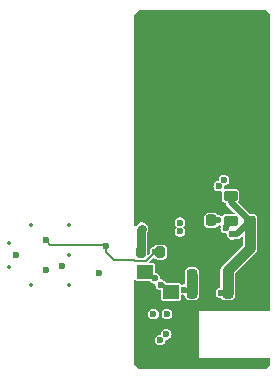
<source format=gbl>
%TF.GenerationSoftware,KiCad,Pcbnew,8.0.8*%
%TF.CreationDate,2025-03-24T11:25:52+01:00*%
%TF.ProjectId,RF_HID_dongle_test,52465f48-4944-45f6-946f-6e676c655f74,rev?*%
%TF.SameCoordinates,Original*%
%TF.FileFunction,Copper,L4,Bot*%
%TF.FilePolarity,Positive*%
%FSLAX46Y46*%
G04 Gerber Fmt 4.6, Leading zero omitted, Abs format (unit mm)*
G04 Created by KiCad (PCBNEW 8.0.8) date 2025-03-24 11:25:52*
%MOMM*%
%LPD*%
G01*
G04 APERTURE LIST*
G04 Aperture macros list*
%AMRoundRect*
0 Rectangle with rounded corners*
0 $1 Rounding radius*
0 $2 $3 $4 $5 $6 $7 $8 $9 X,Y pos of 4 corners*
0 Add a 4 corners polygon primitive as box body*
4,1,4,$2,$3,$4,$5,$6,$7,$8,$9,$2,$3,0*
0 Add four circle primitives for the rounded corners*
1,1,$1+$1,$2,$3*
1,1,$1+$1,$4,$5*
1,1,$1+$1,$6,$7*
1,1,$1+$1,$8,$9*
0 Add four rect primitives between the rounded corners*
20,1,$1+$1,$2,$3,$4,$5,0*
20,1,$1+$1,$4,$5,$6,$7,0*
20,1,$1+$1,$6,$7,$8,$9,0*
20,1,$1+$1,$8,$9,$2,$3,0*%
G04 Aperture macros list end*
%TA.AperFunction,SMDPad,CuDef*%
%ADD10RoundRect,0.225000X0.225000X0.250000X-0.225000X0.250000X-0.225000X-0.250000X0.225000X-0.250000X0*%
%TD*%
%TA.AperFunction,SMDPad,CuDef*%
%ADD11RoundRect,0.200000X0.200000X0.275000X-0.200000X0.275000X-0.200000X-0.275000X0.200000X-0.275000X0*%
%TD*%
%TA.AperFunction,SMDPad,CuDef*%
%ADD12R,1.400000X1.200000*%
%TD*%
%TA.AperFunction,SMDPad,CuDef*%
%ADD13RoundRect,0.225000X-0.250000X0.225000X-0.250000X-0.225000X0.250000X-0.225000X0.250000X0.225000X0*%
%TD*%
%TA.AperFunction,SMDPad,CuDef*%
%ADD14RoundRect,0.225000X-0.225000X-0.250000X0.225000X-0.250000X0.225000X0.250000X-0.225000X0.250000X0*%
%TD*%
%TA.AperFunction,SMDPad,CuDef*%
%ADD15RoundRect,0.218750X0.381250X-0.218750X0.381250X0.218750X-0.381250X0.218750X-0.381250X-0.218750X0*%
%TD*%
%TA.AperFunction,ViaPad*%
%ADD16C,0.600000*%
%TD*%
%TA.AperFunction,Conductor*%
%ADD17C,0.900000*%
%TD*%
%TA.AperFunction,Conductor*%
%ADD18C,0.600000*%
%TD*%
%TA.AperFunction,Conductor*%
%ADD19C,0.800000*%
%TD*%
%TA.AperFunction,Conductor*%
%ADD20C,0.550000*%
%TD*%
%TA.AperFunction,Conductor*%
%ADD21C,0.200000*%
%TD*%
%TA.AperFunction,Conductor*%
%ADD22C,0.150000*%
%TD*%
%ADD23C,0.300000*%
%ADD24C,0.350000*%
G04 APERTURE END LIST*
D10*
%TO.P,C6,1*%
%TO.N,GND*%
X142775000Y-132150000D03*
%TO.P,C6,2*%
%TO.N,/VINTA*%
X141225000Y-132150000D03*
%TD*%
%TO.P,C5,1*%
%TO.N,GND*%
X142775000Y-130600000D03*
%TO.P,C5,2*%
%TO.N,/VINTA*%
X141225000Y-130600000D03*
%TD*%
%TO.P,C3,1*%
%TO.N,GND*%
X145800003Y-130600002D03*
%TO.P,C3,2*%
%TO.N,/VDCIA*%
X144250001Y-130600002D03*
%TD*%
D11*
%TO.P,R4,1*%
%TO.N,/NRST*%
X138550000Y-128700000D03*
%TO.P,R4,2*%
%TO.N,+3V3*%
X136900000Y-128700000D03*
%TD*%
D12*
%TO.P,Y2,1,1*%
%TO.N,/HSE_I*%
X139450000Y-132050000D03*
%TO.P,Y2,2,2*%
%TO.N,GND*%
X137250000Y-132050000D03*
%TO.P,Y2,3,3*%
%TO.N,/HSE_O*%
X137250000Y-130350000D03*
%TO.P,Y2,4,4*%
%TO.N,GND*%
X139450000Y-130350000D03*
%TD*%
D13*
%TO.P,C2,1*%
%TO.N,GND*%
X146150000Y-124524999D03*
%TO.P,C2,2*%
%TO.N,/VDCIA*%
X146150000Y-126075001D03*
%TD*%
D14*
%TO.P,C1,1*%
%TO.N,GND*%
X141324999Y-126000000D03*
%TO.P,C1,2*%
%TO.N,+3V3*%
X142875001Y-126000000D03*
%TD*%
D15*
%TO.P,L1,1*%
%TO.N,/VSW*%
X144500000Y-126062500D03*
%TO.P,L1,2*%
%TO.N,/VDCIA*%
X144500000Y-123937500D03*
%TD*%
D10*
%TO.P,C4,1*%
%TO.N,GND*%
X145800001Y-132150000D03*
%TO.P,C4,2*%
%TO.N,/VDCIA*%
X144249999Y-132150000D03*
%TD*%
D16*
%TO.N,GND*%
X137475000Y-138075000D03*
X140475000Y-138075000D03*
X147550000Y-132325000D03*
X142107066Y-130193355D03*
X142100000Y-128950000D03*
X136650000Y-135075000D03*
X147550000Y-131325000D03*
X147550000Y-123325000D03*
X146475000Y-138075000D03*
X145800003Y-131357925D03*
X144975000Y-121450000D03*
X147550000Y-127325000D03*
X144975000Y-120200000D03*
X141300000Y-123550000D03*
X142900000Y-123600000D03*
X126350000Y-128950000D03*
X146825000Y-121450000D03*
X147550000Y-138050000D03*
X138850000Y-124275000D03*
X142475000Y-138075000D03*
X136650000Y-124575000D03*
X142475000Y-133325000D03*
X141475000Y-134200000D03*
X139475000Y-138075000D03*
X147550000Y-125325000D03*
X143475000Y-138075000D03*
X145350000Y-132350000D03*
X146825000Y-120200000D03*
X136650000Y-138075000D03*
X147550000Y-130325000D03*
X141475000Y-135200000D03*
X146775000Y-133225000D03*
X136650000Y-122575000D03*
X136650000Y-132075000D03*
X145475000Y-138075000D03*
X147537500Y-133225000D03*
X141475000Y-133325000D03*
X146225000Y-132575000D03*
X136650000Y-136075000D03*
X144975000Y-118950000D03*
X147550000Y-128325000D03*
X147550000Y-126325000D03*
X141475000Y-137200000D03*
X136650000Y-133075000D03*
X143350000Y-128950000D03*
X133350000Y-130450000D03*
X147550000Y-122325000D03*
X147550000Y-124325000D03*
X142100000Y-127700000D03*
X141475000Y-136200000D03*
X138475000Y-138075000D03*
X136650000Y-134075000D03*
X147550000Y-129325000D03*
X136650000Y-123575000D03*
X141475000Y-138075000D03*
X146825000Y-118950000D03*
X144475000Y-138075000D03*
X140850000Y-128950000D03*
X136650000Y-137075000D03*
%TO.N,+3V3*%
X136974999Y-126724999D03*
X143450000Y-126000000D03*
X139050000Y-135650000D03*
X143500000Y-123100000D03*
X138550000Y-136150000D03*
X143950000Y-122600000D03*
%TO.N,/VDCIA*%
X144641826Y-127185742D03*
X143675000Y-132150000D03*
%TO.N,/VINTA*%
X140600002Y-131864214D03*
%TO.N,/NRST*%
X138100000Y-128700000D03*
X134000000Y-128200000D03*
X128850000Y-127700000D03*
%TO.N,/SWCLK*%
X128850000Y-130200000D03*
X139125000Y-133950000D03*
X140224999Y-126199776D03*
%TO.N,/SWDIO*%
X137975000Y-133950000D03*
X130253154Y-129840850D03*
X140224999Y-126949779D03*
%TO.N,/VSW*%
X144100000Y-126667159D03*
%TO.N,/HSE_I*%
X138600000Y-131450000D03*
%TO.N,/HSE_O*%
X138069668Y-130919668D03*
%TD*%
D17*
%TO.N,GND*%
X142775000Y-130600000D02*
X142775000Y-132150000D01*
X145800003Y-131357925D02*
X145800003Y-132149998D01*
X145800003Y-132149998D02*
X145800001Y-132150000D01*
D18*
X142513711Y-130600000D02*
X142107066Y-130193355D01*
X142775000Y-130600000D02*
X142513711Y-130600000D01*
X140850000Y-128950000D02*
X139450000Y-130350000D01*
D17*
X145800003Y-130600002D02*
X145800003Y-131357925D01*
D19*
%TO.N,+3V3*%
X136900000Y-128700000D02*
X136900000Y-126799998D01*
X136900000Y-126799998D02*
X136974999Y-126724999D01*
D20*
X143450000Y-126000000D02*
X142875001Y-126000000D01*
%TO.N,/VDCIA*%
X145039259Y-127185742D02*
X146150000Y-126075001D01*
D21*
X143675000Y-132150000D02*
X144249999Y-132150000D01*
D17*
X144250001Y-130600002D02*
X144250001Y-130249999D01*
D20*
X144641826Y-127185742D02*
X145039259Y-127185742D01*
D17*
X144250001Y-130600002D02*
X144250001Y-132149998D01*
X146150000Y-128350000D02*
X146150000Y-126075001D01*
D20*
X144500000Y-123937500D02*
X144500000Y-124425001D01*
D17*
X144250001Y-130249999D02*
X146150000Y-128350000D01*
X144250001Y-132149998D02*
X144249999Y-132150000D01*
D20*
X144500000Y-124425001D02*
X146150000Y-126075001D01*
D21*
%TO.N,/VINTA*%
X140600002Y-131864214D02*
X140885788Y-132150000D01*
X140885788Y-132150000D02*
X141225000Y-132150000D01*
D17*
X141225000Y-130600000D02*
X141225000Y-132150000D01*
D21*
%TO.N,/NRST*%
X129250000Y-128100000D02*
X133900000Y-128100000D01*
D22*
X137350000Y-129450000D02*
X138100000Y-128700000D01*
X134650000Y-129350000D02*
X136350000Y-129350000D01*
X134000000Y-128700000D02*
X134650000Y-129350000D01*
D21*
X133900000Y-128100000D02*
X134000000Y-128200000D01*
D22*
X136450000Y-129450000D02*
X137350000Y-129450000D01*
X136350000Y-129350000D02*
X136450000Y-129450000D01*
X134000000Y-128200000D02*
X134000000Y-128700000D01*
D21*
X138100000Y-128700000D02*
X138550000Y-128700000D01*
X128850000Y-127700000D02*
X129250000Y-128100000D01*
D20*
%TO.N,/VSW*%
X144100000Y-126667159D02*
X144100000Y-126462500D01*
X144100000Y-126462500D02*
X144500000Y-126062500D01*
D21*
%TO.N,/HSE_I*%
X138850000Y-131450000D02*
X139450000Y-132050000D01*
X138600000Y-131450000D02*
X138850000Y-131450000D01*
%TO.N,/HSE_O*%
X137500000Y-130350000D02*
X137250000Y-130350000D01*
X138069668Y-130919668D02*
X137500000Y-130350000D01*
%TD*%
%TA.AperFunction,Conductor*%
%TO.N,GND*%
G36*
X147517913Y-108242174D02*
G01*
X147827826Y-108552086D01*
X147849500Y-108604412D01*
X147849500Y-133600999D01*
X147827826Y-133653325D01*
X147775500Y-133674999D01*
X141824998Y-133674999D01*
X141824999Y-137674999D01*
X141825000Y-137675000D01*
X147775502Y-137675000D01*
X147827826Y-137696674D01*
X147849500Y-137749000D01*
X147849500Y-138190587D01*
X147827826Y-138242913D01*
X147517913Y-138552826D01*
X147465587Y-138574500D01*
X136734412Y-138574500D01*
X136682086Y-138552826D01*
X136372174Y-138242913D01*
X136350500Y-138190587D01*
X136350500Y-136150000D01*
X138094867Y-136150000D01*
X138113302Y-136278223D01*
X138113302Y-136278224D01*
X138113303Y-136278226D01*
X138167118Y-136396063D01*
X138251951Y-136493967D01*
X138360931Y-136564004D01*
X138485228Y-136600500D01*
X138614772Y-136600500D01*
X138739069Y-136564004D01*
X138848049Y-136493967D01*
X138932882Y-136396063D01*
X138986697Y-136278226D01*
X139003125Y-136163969D01*
X139032025Y-136115260D01*
X139076372Y-136100500D01*
X139114772Y-136100500D01*
X139239069Y-136064004D01*
X139348049Y-135993967D01*
X139432882Y-135896063D01*
X139486697Y-135778226D01*
X139505133Y-135650000D01*
X139486697Y-135521774D01*
X139432882Y-135403937D01*
X139348049Y-135306033D01*
X139281032Y-135262964D01*
X139239068Y-135235995D01*
X139114772Y-135199500D01*
X138985228Y-135199500D01*
X138860931Y-135235995D01*
X138751954Y-135306031D01*
X138751950Y-135306034D01*
X138667119Y-135403935D01*
X138613302Y-135521776D01*
X138604202Y-135585071D01*
X138596875Y-135636032D01*
X138567976Y-135684740D01*
X138523629Y-135699500D01*
X138485228Y-135699500D01*
X138360931Y-135735995D01*
X138251954Y-135806031D01*
X138251950Y-135806034D01*
X138167119Y-135903935D01*
X138113302Y-136021776D01*
X138094867Y-136150000D01*
X136350500Y-136150000D01*
X136350500Y-133950000D01*
X137519867Y-133950000D01*
X137538302Y-134078223D01*
X137538302Y-134078224D01*
X137538303Y-134078226D01*
X137592118Y-134196063D01*
X137676951Y-134293967D01*
X137785931Y-134364004D01*
X137910228Y-134400500D01*
X138039772Y-134400500D01*
X138164069Y-134364004D01*
X138273049Y-134293967D01*
X138357882Y-134196063D01*
X138411697Y-134078226D01*
X138430133Y-133950000D01*
X138669867Y-133950000D01*
X138688302Y-134078223D01*
X138688302Y-134078224D01*
X138688303Y-134078226D01*
X138742118Y-134196063D01*
X138826951Y-134293967D01*
X138935931Y-134364004D01*
X139060228Y-134400500D01*
X139189772Y-134400500D01*
X139314069Y-134364004D01*
X139423049Y-134293967D01*
X139507882Y-134196063D01*
X139561697Y-134078226D01*
X139580133Y-133950000D01*
X139561697Y-133821774D01*
X139507882Y-133703937D01*
X139423049Y-133606033D01*
X139356032Y-133562964D01*
X139314068Y-133535995D01*
X139189772Y-133499500D01*
X139060228Y-133499500D01*
X138935931Y-133535995D01*
X138826954Y-133606031D01*
X138826950Y-133606034D01*
X138742119Y-133703935D01*
X138688302Y-133821776D01*
X138669867Y-133950000D01*
X138430133Y-133950000D01*
X138411697Y-133821774D01*
X138357882Y-133703937D01*
X138273049Y-133606033D01*
X138206032Y-133562964D01*
X138164068Y-133535995D01*
X138039772Y-133499500D01*
X137910228Y-133499500D01*
X137785931Y-133535995D01*
X137676954Y-133606031D01*
X137676950Y-133606034D01*
X137592119Y-133703935D01*
X137538302Y-133821776D01*
X137519867Y-133950000D01*
X136350500Y-133950000D01*
X136350500Y-131982291D01*
X136350315Y-131980294D01*
X136350000Y-131973470D01*
X136350000Y-131135812D01*
X136371674Y-131083486D01*
X136424000Y-131061812D01*
X136465109Y-131074281D01*
X136491278Y-131091767D01*
X136535180Y-131100500D01*
X137609439Y-131100500D01*
X137661765Y-131122174D01*
X137676752Y-131143759D01*
X137686786Y-131165731D01*
X137686787Y-131165732D01*
X137771615Y-131263631D01*
X137771616Y-131263632D01*
X137771619Y-131263635D01*
X137878704Y-131332454D01*
X137880599Y-131333672D01*
X138004896Y-131370168D01*
X138070945Y-131370168D01*
X138123271Y-131391842D01*
X138144945Y-131444168D01*
X138144867Y-131445253D01*
X138144867Y-131449999D01*
X138163302Y-131578223D01*
X138163302Y-131578224D01*
X138163303Y-131578226D01*
X138217118Y-131696063D01*
X138301951Y-131793967D01*
X138410931Y-131864004D01*
X138535228Y-131900500D01*
X138535233Y-131900500D01*
X138536023Y-131900614D01*
X138536421Y-131900850D01*
X138540306Y-131901991D01*
X138540015Y-131902981D01*
X138584735Y-131929509D01*
X138599500Y-131973862D01*
X138599500Y-132664820D01*
X138608233Y-132708722D01*
X138641496Y-132758504D01*
X138691278Y-132791767D01*
X138735180Y-132800500D01*
X138735181Y-132800500D01*
X140164819Y-132800500D01*
X140164820Y-132800500D01*
X140208722Y-132791767D01*
X140258504Y-132758504D01*
X140291767Y-132708722D01*
X140300500Y-132664820D01*
X140300500Y-132342767D01*
X140322174Y-132290441D01*
X140374500Y-132268767D01*
X140405300Y-132277820D01*
X140406122Y-132276021D01*
X140410930Y-132278217D01*
X140410932Y-132278217D01*
X140410933Y-132278218D01*
X140535230Y-132314714D01*
X140550500Y-132314714D01*
X140602826Y-132336388D01*
X140624500Y-132388714D01*
X140624500Y-132435640D01*
X140635134Y-132508625D01*
X140635134Y-132508626D01*
X140690173Y-132621210D01*
X140690174Y-132621211D01*
X140778789Y-132709826D01*
X140891375Y-132764866D01*
X140964364Y-132775500D01*
X140964370Y-132775500D01*
X141485630Y-132775500D01*
X141485636Y-132775500D01*
X141558625Y-132764866D01*
X141671211Y-132709826D01*
X141759826Y-132621211D01*
X141814866Y-132508625D01*
X141825500Y-132435636D01*
X141825500Y-131864364D01*
X141825500Y-130520943D01*
X141825500Y-130314364D01*
X141814866Y-130241375D01*
X141759826Y-130128789D01*
X141671211Y-130040174D01*
X141671210Y-130040173D01*
X141558626Y-129985134D01*
X141485640Y-129974500D01*
X141485636Y-129974500D01*
X140964364Y-129974500D01*
X140964359Y-129974500D01*
X140891374Y-129985134D01*
X140891373Y-129985134D01*
X140778789Y-130040173D01*
X140690173Y-130128789D01*
X140635134Y-130241373D01*
X140635134Y-130241374D01*
X140624500Y-130314359D01*
X140624500Y-131339714D01*
X140602826Y-131392040D01*
X140550500Y-131413714D01*
X140535230Y-131413714D01*
X140410931Y-131450210D01*
X140407056Y-131452701D01*
X140351318Y-131462755D01*
X140304797Y-131430452D01*
X140294473Y-131404883D01*
X140292457Y-131394749D01*
X140291767Y-131391278D01*
X140258504Y-131341496D01*
X140246794Y-131333672D01*
X140208722Y-131308233D01*
X140164820Y-131299500D01*
X140164819Y-131299500D01*
X139084413Y-131299500D01*
X139032087Y-131277826D01*
X139013070Y-131258809D01*
X138998084Y-131237226D01*
X138982882Y-131203937D01*
X138930738Y-131143759D01*
X138898052Y-131106036D01*
X138898050Y-131106035D01*
X138898049Y-131106033D01*
X138824092Y-131058504D01*
X138789068Y-131035995D01*
X138664772Y-130999500D01*
X138598724Y-130999500D01*
X138546398Y-130977826D01*
X138524724Y-130925500D01*
X138524801Y-130924416D01*
X138524801Y-130919669D01*
X138506365Y-130791444D01*
X138506365Y-130791442D01*
X138452550Y-130673605D01*
X138367717Y-130575701D01*
X138282512Y-130520943D01*
X138258736Y-130505663D01*
X138153652Y-130474809D01*
X138109552Y-130439271D01*
X138100500Y-130403806D01*
X138100500Y-129735180D01*
X138093535Y-129700167D01*
X138091767Y-129691278D01*
X138058504Y-129641496D01*
X138008722Y-129608233D01*
X137964820Y-129599500D01*
X137964819Y-129599500D01*
X137698056Y-129599500D01*
X137645730Y-129577826D01*
X137624056Y-129525500D01*
X137645730Y-129473174D01*
X137793405Y-129325499D01*
X137947625Y-129171278D01*
X137999950Y-129149605D01*
X138052276Y-129171279D01*
X138060173Y-129180603D01*
X138060799Y-129181480D01*
X138060802Y-129181483D01*
X138143517Y-129264198D01*
X138248607Y-129315573D01*
X138316740Y-129325500D01*
X138316746Y-129325500D01*
X138783254Y-129325500D01*
X138783260Y-129325500D01*
X138851393Y-129315573D01*
X138956483Y-129264198D01*
X139039198Y-129181483D01*
X139090573Y-129076393D01*
X139100500Y-129008260D01*
X139100500Y-128391740D01*
X139090573Y-128323607D01*
X139039198Y-128218517D01*
X138956483Y-128135802D01*
X138956482Y-128135801D01*
X138851394Y-128084427D01*
X138783264Y-128074500D01*
X138783260Y-128074500D01*
X138316740Y-128074500D01*
X138316735Y-128074500D01*
X138248606Y-128084427D01*
X138248605Y-128084427D01*
X138143517Y-128135801D01*
X138060801Y-128218518D01*
X138057238Y-128223508D01*
X138055409Y-128222202D01*
X138019260Y-128254110D01*
X138016098Y-128255115D01*
X137910934Y-128285993D01*
X137910933Y-128285994D01*
X137801954Y-128356031D01*
X137801950Y-128356034D01*
X137717119Y-128453935D01*
X137663302Y-128571776D01*
X137644867Y-128700000D01*
X137656719Y-128782439D01*
X137642712Y-128837316D01*
X137635798Y-128845294D01*
X137576826Y-128904267D01*
X137524501Y-128925942D01*
X137472175Y-128904268D01*
X137450500Y-128851943D01*
X137450500Y-127022234D01*
X137460413Y-126985235D01*
X137487983Y-126937484D01*
X137525498Y-126797475D01*
X137525499Y-126797475D01*
X137525499Y-126652523D01*
X137525498Y-126652522D01*
X137487984Y-126512516D01*
X137483822Y-126505307D01*
X137415509Y-126386984D01*
X137313014Y-126284489D01*
X137187484Y-126212015D01*
X137187481Y-126212013D01*
X137141811Y-126199776D01*
X139769866Y-126199776D01*
X139788301Y-126327999D01*
X139788301Y-126328000D01*
X139788302Y-126328002D01*
X139842117Y-126445839D01*
X139842118Y-126445841D01*
X139842119Y-126445843D01*
X139911851Y-126526318D01*
X139929736Y-126580056D01*
X139911851Y-126623236D01*
X139842120Y-126703711D01*
X139842118Y-126703713D01*
X139788301Y-126821555D01*
X139769866Y-126949779D01*
X139788301Y-127078002D01*
X139788301Y-127078003D01*
X139788302Y-127078005D01*
X139842117Y-127195842D01*
X139926950Y-127293746D01*
X140035930Y-127363783D01*
X140160227Y-127400279D01*
X140289771Y-127400279D01*
X140414068Y-127363783D01*
X140523048Y-127293746D01*
X140607881Y-127195842D01*
X140661696Y-127078005D01*
X140680132Y-126949779D01*
X140661696Y-126821553D01*
X140607881Y-126703716D01*
X140538145Y-126623235D01*
X140520261Y-126569498D01*
X140538147Y-126526317D01*
X140607881Y-126445839D01*
X140661696Y-126328002D01*
X140680132Y-126199776D01*
X140661696Y-126071550D01*
X140607881Y-125953713D01*
X140523048Y-125855809D01*
X140449754Y-125808706D01*
X140414067Y-125785771D01*
X140289771Y-125749276D01*
X140160227Y-125749276D01*
X140035930Y-125785771D01*
X139926953Y-125855807D01*
X139926949Y-125855810D01*
X139842118Y-125953711D01*
X139788301Y-126071552D01*
X139769866Y-126199776D01*
X137141811Y-126199776D01*
X137047475Y-126174499D01*
X137047473Y-126174499D01*
X136902525Y-126174499D01*
X136902523Y-126174499D01*
X136762517Y-126212013D01*
X136762512Y-126212015D01*
X136636984Y-126284489D01*
X136552655Y-126368817D01*
X136476324Y-126445148D01*
X136424000Y-126466822D01*
X136371674Y-126445148D01*
X136350000Y-126392822D01*
X136350000Y-125927663D01*
X136350315Y-125920839D01*
X136350604Y-125917718D01*
X136350604Y-125774960D01*
X136350500Y-125773770D01*
X136350500Y-125714359D01*
X142274501Y-125714359D01*
X142274501Y-126285640D01*
X142285135Y-126358625D01*
X142285135Y-126358626D01*
X142340174Y-126471210D01*
X142340175Y-126471211D01*
X142428790Y-126559826D01*
X142541376Y-126614866D01*
X142614365Y-126625500D01*
X142614371Y-126625500D01*
X143135631Y-126625500D01*
X143135637Y-126625500D01*
X143208626Y-126614866D01*
X143321212Y-126559826D01*
X143408864Y-126472174D01*
X143461190Y-126450500D01*
X143514774Y-126450500D01*
X143544383Y-126441805D01*
X143577471Y-126432090D01*
X143633783Y-126438143D01*
X143669321Y-126482243D01*
X143665634Y-126533827D01*
X143663304Y-126538929D01*
X143663302Y-126538936D01*
X143644867Y-126667159D01*
X143663302Y-126795382D01*
X143663302Y-126795383D01*
X143663303Y-126795385D01*
X143717118Y-126913222D01*
X143801951Y-127011126D01*
X143906012Y-127078002D01*
X143910931Y-127081163D01*
X144035228Y-127117659D01*
X144112783Y-127117659D01*
X144165109Y-127139333D01*
X144186030Y-127181128D01*
X144186693Y-127185740D01*
X144186693Y-127185742D01*
X144193786Y-127235076D01*
X144205128Y-127313965D01*
X144205128Y-127313966D01*
X144205129Y-127313968D01*
X144258944Y-127431805D01*
X144343777Y-127529709D01*
X144452757Y-127599746D01*
X144577054Y-127636242D01*
X144706598Y-127636242D01*
X144781535Y-127614239D01*
X144802383Y-127611242D01*
X145095279Y-127611242D01*
X145095279Y-127611241D01*
X145203496Y-127582245D01*
X145300522Y-127526227D01*
X145423174Y-127403575D01*
X145475500Y-127381901D01*
X145527826Y-127403575D01*
X145549500Y-127455901D01*
X145549500Y-128070612D01*
X145527826Y-128122938D01*
X143769481Y-129881282D01*
X143732780Y-129944852D01*
X143690424Y-130018212D01*
X143690422Y-130018217D01*
X143649500Y-130170939D01*
X143649500Y-130335014D01*
X143649501Y-130335027D01*
X143649501Y-131632572D01*
X143627827Y-131684898D01*
X143596349Y-131703575D01*
X143485931Y-131735995D01*
X143376954Y-131806031D01*
X143376950Y-131806034D01*
X143292119Y-131903935D01*
X143238302Y-132021776D01*
X143219867Y-132150000D01*
X143238302Y-132278223D01*
X143238302Y-132278224D01*
X143238303Y-132278226D01*
X143292118Y-132396063D01*
X143376951Y-132493967D01*
X143485931Y-132564004D01*
X143610228Y-132600500D01*
X143663810Y-132600500D01*
X143716136Y-132622174D01*
X143803788Y-132709826D01*
X143916374Y-132764866D01*
X143989363Y-132775500D01*
X143989369Y-132775500D01*
X144510629Y-132775500D01*
X144510635Y-132775500D01*
X144583624Y-132764866D01*
X144696210Y-132709826D01*
X144784825Y-132621211D01*
X144839865Y-132508625D01*
X144850499Y-132435636D01*
X144850499Y-132234010D01*
X144850502Y-132233965D01*
X144850502Y-132066412D01*
X144850501Y-132066394D01*
X144850501Y-130529385D01*
X144872174Y-130477060D01*
X146518713Y-128830521D01*
X146518716Y-128830520D01*
X146630520Y-128718716D01*
X146709577Y-128581784D01*
X146713309Y-128567857D01*
X146742930Y-128457314D01*
X146750500Y-128429058D01*
X146750500Y-126455132D01*
X146758020Y-126422631D01*
X146764865Y-126408629D01*
X146764865Y-126408627D01*
X146764866Y-126408626D01*
X146775500Y-126335637D01*
X146775500Y-125814365D01*
X146764866Y-125741376D01*
X146709826Y-125628790D01*
X146621211Y-125540175D01*
X146621210Y-125540174D01*
X146508626Y-125485135D01*
X146435640Y-125474501D01*
X146435636Y-125474501D01*
X146181899Y-125474501D01*
X146129573Y-125452827D01*
X145170548Y-124493802D01*
X145148874Y-124441476D01*
X145170547Y-124389151D01*
X145185919Y-124373780D01*
X145240043Y-124263067D01*
X145250500Y-124191295D01*
X145250499Y-123683706D01*
X145240043Y-123611933D01*
X145185919Y-123501220D01*
X145098780Y-123414081D01*
X145098779Y-123414080D01*
X144988068Y-123359957D01*
X144951725Y-123354662D01*
X144916295Y-123349500D01*
X144916294Y-123349500D01*
X144083705Y-123349500D01*
X144006245Y-123360785D01*
X144006038Y-123359365D01*
X143955643Y-123354662D01*
X143919489Y-123311066D01*
X143922880Y-123258480D01*
X143936697Y-123228225D01*
X143936697Y-123228223D01*
X143953257Y-123113041D01*
X143982157Y-123064334D01*
X144009939Y-123052828D01*
X144009694Y-123051991D01*
X144014772Y-123050500D01*
X144139069Y-123014004D01*
X144248049Y-122943967D01*
X144332882Y-122846063D01*
X144386697Y-122728226D01*
X144405133Y-122600000D01*
X144386697Y-122471774D01*
X144332882Y-122353937D01*
X144248049Y-122256033D01*
X144181032Y-122212964D01*
X144139068Y-122185995D01*
X144014772Y-122149500D01*
X143885228Y-122149500D01*
X143760931Y-122185995D01*
X143651954Y-122256031D01*
X143651950Y-122256034D01*
X143567119Y-122353935D01*
X143513302Y-122471776D01*
X143496742Y-122586956D01*
X143467842Y-122635665D01*
X143440060Y-122647174D01*
X143440306Y-122648009D01*
X143310931Y-122685995D01*
X143201954Y-122756031D01*
X143201950Y-122756034D01*
X143117119Y-122853935D01*
X143063302Y-122971776D01*
X143044867Y-123100000D01*
X143063302Y-123228223D01*
X143063302Y-123228224D01*
X143063303Y-123228226D01*
X143117118Y-123346063D01*
X143201951Y-123443967D01*
X143310931Y-123514004D01*
X143435228Y-123550500D01*
X143564772Y-123550500D01*
X143668072Y-123520169D01*
X143724385Y-123526224D01*
X143759923Y-123570324D01*
X143759670Y-123606083D01*
X143760786Y-123606246D01*
X143759958Y-123611931D01*
X143759957Y-123611933D01*
X143756668Y-123634502D01*
X143749500Y-123683700D01*
X143749500Y-124191294D01*
X143759955Y-124263061D01*
X143759957Y-124263068D01*
X143814080Y-124373779D01*
X143814081Y-124373780D01*
X143901220Y-124460919D01*
X144011933Y-124515043D01*
X144038326Y-124518888D01*
X144086980Y-124547880D01*
X144099135Y-124572961D01*
X144103496Y-124589235D01*
X144103497Y-124589239D01*
X144159513Y-124686261D01*
X144159515Y-124686264D01*
X144821426Y-125348174D01*
X144843100Y-125400500D01*
X144821426Y-125452826D01*
X144769100Y-125474500D01*
X144083705Y-125474500D01*
X144011938Y-125484955D01*
X144011931Y-125484957D01*
X143901220Y-125539080D01*
X143812264Y-125628036D01*
X143759938Y-125649710D01*
X143719931Y-125637963D01*
X143704484Y-125628036D01*
X143683603Y-125614616D01*
X143639068Y-125585995D01*
X143514772Y-125549500D01*
X143461190Y-125549500D01*
X143408864Y-125527826D01*
X143321211Y-125440173D01*
X143208627Y-125385134D01*
X143135641Y-125374500D01*
X143135637Y-125374500D01*
X142614365Y-125374500D01*
X142614360Y-125374500D01*
X142541375Y-125385134D01*
X142541374Y-125385134D01*
X142428790Y-125440173D01*
X142340174Y-125528789D01*
X142285135Y-125641373D01*
X142285135Y-125641374D01*
X142274501Y-125714359D01*
X136350500Y-125714359D01*
X136350500Y-108604412D01*
X136372174Y-108552086D01*
X136682086Y-108242174D01*
X136734412Y-108220500D01*
X147465587Y-108220500D01*
X147517913Y-108242174D01*
G37*
%TD.AperFunction*%
%TD*%
D23*
X137475000Y-138075000D03*
X140475000Y-138075000D03*
X147550000Y-132325000D03*
X142107066Y-130193355D03*
X142100000Y-128950000D03*
X136650000Y-135075000D03*
X147550000Y-131325000D03*
X147550000Y-123325000D03*
X146475000Y-138075000D03*
X145800003Y-131357925D03*
X144975000Y-121450000D03*
X147550000Y-127325000D03*
X144975000Y-120200000D03*
X141300000Y-123550000D03*
X142900000Y-123600000D03*
X126350000Y-128950000D03*
X146825000Y-121450000D03*
X147550000Y-138050000D03*
X138850000Y-124275000D03*
X142475000Y-138075000D03*
X136650000Y-124575000D03*
X142475000Y-133325000D03*
X141475000Y-134200000D03*
X139475000Y-138075000D03*
X147550000Y-125325000D03*
X143475000Y-138075000D03*
X145350000Y-132350000D03*
X146825000Y-120200000D03*
X136650000Y-138075000D03*
X147550000Y-130325000D03*
X141475000Y-135200000D03*
X146775000Y-133225000D03*
X136650000Y-122575000D03*
X136650000Y-132075000D03*
X145475000Y-138075000D03*
X147537500Y-133225000D03*
X141475000Y-133325000D03*
X146225000Y-132575000D03*
X136650000Y-136075000D03*
X144975000Y-118950000D03*
X147550000Y-128325000D03*
X147550000Y-126325000D03*
X141475000Y-137200000D03*
X136650000Y-133075000D03*
X143350000Y-128950000D03*
X133350000Y-130450000D03*
X147550000Y-122325000D03*
X147550000Y-124325000D03*
X142100000Y-127700000D03*
X141475000Y-136200000D03*
X138475000Y-138075000D03*
X136650000Y-134075000D03*
X147550000Y-129325000D03*
X136650000Y-123575000D03*
X141475000Y-138075000D03*
X146825000Y-118950000D03*
X144475000Y-138075000D03*
X140850000Y-128950000D03*
X136650000Y-137075000D03*
X136974999Y-126724999D03*
X143450000Y-126000000D03*
X139050000Y-135650000D03*
X143500000Y-123100000D03*
X138550000Y-136150000D03*
X143950000Y-122600000D03*
X144641826Y-127185742D03*
X143675000Y-132150000D03*
X140600002Y-131864214D03*
X138100000Y-128700000D03*
X134000000Y-128200000D03*
X128850000Y-127700000D03*
X128850000Y-130200000D03*
X139125000Y-133950000D03*
X140224999Y-126199776D03*
X137975000Y-133950000D03*
X130253154Y-129840850D03*
X140224999Y-126949779D03*
X144100000Y-126667159D03*
X138600000Y-131450000D03*
X138069668Y-130919668D03*
D24*
X130800000Y-128950000D03*
X130799997Y-131489999D03*
X130799997Y-126409999D03*
X127624996Y-131489999D03*
X127624996Y-126409999D03*
X125719995Y-129966001D03*
X125719995Y-127933998D03*
M02*

</source>
